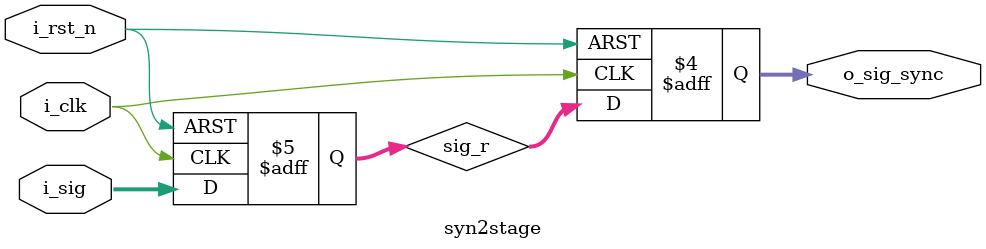
<source format=v>
module async_fifo #(parameter DATA_WIDTH=4, parameter FIFO_DEPTH=8)( 
    input  wire                     i_rst_n, 
    input  wire                     i_wr_clk, 
    input  wire                     i_wr_en, 
    input  wire [DATA_WIDTH-1:0]    i_wr_data, 
    input  wire                     i_rd_clk, 
    input  wire                     i_rd_en,
    output wire                     o_full, 
    output wire                     o_empty,
    output wire [DATA_WIDTH-1:0]    o_rd_data
); 
    parameter PTR_WIDTH = $clog2(FIFO_DEPTH); 
     
    wire                    enable_wr; 
    wire                    enable_rd; 
     
    wire [PTR_WIDTH:0]      rdptr; 
    wire [PTR_WIDTH:0]      wrptr; 
     
    wire [PTR_WIDTH:0]      rdptr_sync; 
    wire [PTR_WIDTH:0]      wrptr_sync; 
     
    wire [PTR_WIDTH:0]      rdptr_b2g_out; 
    wire [PTR_WIDTH:0]      wrptr_b2g_out; 
     
    wire [PTR_WIDTH:0]      rdptr_g2b_out; 
    wire [PTR_WIDTH:0]      wrptr_g2b_out; 
     
    wire [PTR_WIDTH-1:0]    wraddr; 
    wire [PTR_WIDTH-1:0]    rdaddr; 
     
    assign enable_wr = (i_wr_en && !o_full); 
    assign enable_rd = (i_rd_en && !o_empty); 
     
    fifo_mem #(.MEM_DEPTH(FIFO_DEPTH), .MEM_WIDTH(DATA_WIDTH)) u_fifo_mem ( 
    .i_rst_n(i_rst_n), 
    .i_wr_clk(i_wr_clk), 
    .i_wr_en(enable_wr), 
    .i_wr_data(i_wr_data), 
    .i_wr_addr(wraddr), 
    .i_rd_clk(i_rd_clk), 
    .i_rd_en(enable_rd), 
    .i_rd_addr(rdaddr), 
    .o_rd_data(o_rd_data) 
    ); 
     
    wrptr_full #(.PTR_WIDTH(PTR_WIDTH)) u_wrptr_full ( 
    .i_wr_clk(i_wr_clk), 
    .i_rst_n(i_rst_n), 
    .i_wr_en(i_wr_en), 
    .i_rdptr_sync(rdptr_g2b_out), 
    .o_wrptr(wrptr), 
    .o_wraddr(wraddr), 
    .o_full_flag(o_full) 
    );

    bin2gray u_wrptr_bin2gray( 
    .i_bin(wrptr), 
    .o_gray(wrptr_b2g_out) 
    ); 
     
    syn2stage #(.SIG_WIDTH(DATA_WIDTH)) u_wrptr_syn( 
    .i_clk(i_rd_clk), 
    .i_rst_n(i_rst_n), 
    .i_sig(wrptr_b2g_out), 
    .o_sig_sync(wrptr_sync) 
    ); 
     
    gray2bin u_wrptr_gray2bin( 
    .i_gray(wrptr_sync), 
    .o_bin(wrptr_g2b_out) 
    ); 
     
    rdptr_empty #(.PTR_WIDTH(PTR_WIDTH)) u_rdptr_empty ( 
    .i_rd_clk(i_rd_clk), 
    .i_rst_n(i_rst_n), 
    .i_rd_en(i_rd_en), 
    .i_wrptr_sync(wrptr_g2b_out), 
    .o_rdptr(rdptr), 
    .o_rdaddr(rdaddr), 
    .o_empty_flag(o_empty) 
    ); 
     
    bin2gray u_rdptr_bin2gray( 
    .i_bin(rdptr), 
    .o_gray(rdptr_b2g_out) 
    ); 
     
    syn2stage #(.SIG_WIDTH(DATA_WIDTH)) u_rdptr_syn( 
    .i_clk(i_wr_clk), 
    .i_rst_n(i_rst_n), 
    .i_sig(rdptr_b2g_out), 
    .o_sig_sync(rdptr_sync) 
    ); 
     
    gray2bin u_rdptr_gray2bin( 
    .i_gray(rdptr_sync), 
    .o_bin(rdptr_g2b_out) 
    ); 
 
endmodule

module fifo_mem #(parameter MEM_DEPTH=8, parameter MEM_WIDTH=4)( 
    input  wire                         i_wr_clk, 
    input  wire                         i_rst_n, 
    input  wire                         i_wr_en, 
    input  wire [MEM_WIDTH-1:0]         i_wr_data, 
    input  wire [$clog2(MEM_DEPTH)-1:0] i_wr_addr, 
    input  wire                         i_rd_clk, 
    input  wire                         i_rd_en, 
    input  wire [$clog2(MEM_DEPTH)-1:0] i_rd_addr, 
    output reg  [MEM_WIDTH-1:0]         o_rd_data 
); 
 
    reg [MEM_WIDTH-1:0] mem_r [MEM_DEPTH-1:0]; 
    integer i; 
     
    always @ (posedge i_wr_clk or negedge i_rst_n) begin 
        if(!i_rst_n) begin 
            for (i=0;i<MEM_DEPTH;i=i+1) begin 
                mem_r[i] = 'b0; 
            end 
        end 
        else if(i_wr_en) begin 
            mem_r[i_wr_addr] <= i_wr_data; 
        end 
    end 
     
    always @ (posedge i_rd_clk or negedge i_rst_n) begin 
        if(!i_rst_n) begin 
            o_rd_data <= 'b0; 
        end 
        else if(i_rd_en) begin 
            o_rd_data <= mem_r[i_rd_addr]; 
        end 
    end 
 
endmodule 

module wrptr_full #(parameter PTR_WIDTH=3)( 
    input  wire                 i_wr_clk, 
    input  wire                 i_rst_n, 
    input  wire                 i_wr_en, 
    input  wire [PTR_WIDTH:0]   i_rdptr_sync, 
    output reg  [PTR_WIDTH:0]   o_wrptr, 
    output wire [PTR_WIDTH-1:0] o_wraddr, 
    output wire                 o_full_flag 
); 
 
    always @ (posedge i_wr_clk or negedge i_rst_n) begin 
        if(!i_rst_n) begin 
            o_wrptr     <= 'b0; 
        end else begin 
            if(i_wr_en && !o_full_flag) begin 
                o_wrptr <= o_wrptr + 1; 
            end 
        end 
    end 
     
    assign o_wraddr = o_wrptr[PTR_WIDTH-1:0]; 
     
    assign o_full_flag = ({~o_wrptr[PTR_WIDTH],o_wrptr[PTR_WIDTH-1:0]} == i_rdptr_sync); 
 
endmodule

module rdptr_empty #(parameter PTR_WIDTH=3)( 
    input  wire                 i_rd_clk, 
    input  wire                 i_rst_n, 
    input  wire                 i_rd_en, 
    input  wire [PTR_WIDTH:0]   i_wrptr_sync, 
    output reg  [PTR_WIDTH:0]   o_rdptr, 
    output wire [PTR_WIDTH-1:0] o_rdaddr, 
    output wire                 o_empty_flag 
); 
 
    always @ (posedge i_rd_clk or negedge i_rst_n) begin 
        if(!i_rst_n) begin 
            o_rdptr     <= 'b0; 
        end else begin 
            if(i_rd_en && !o_empty_flag) begin 
                o_rdptr <= o_rdptr + 1; 
            end 
        end 
    end 
     
    assign o_rdaddr = o_rdptr[PTR_WIDTH-1:0]; 
     
    assign o_empty_flag = (o_rdptr == i_wrptr_sync); 
 
endmodule 

module bin2gray ( 
input  wire [3:0] i_bin, 
output reg  [3:0] o_gray 
); 
    always@(*) begin 
        case(i_bin) 
            4'b0000: o_gray = 4'b0000; 
            4'b0001: o_gray = 4'b0001; 
            4'b0010: o_gray = 4'b0011; 
            4'b0011: o_gray = 4'b0010; 
            4'b0100: o_gray = 4'b0110; 
            4'b0101: o_gray = 4'b0111; 
            4'b0110: o_gray = 4'b0101; 
            4'b0111: o_gray = 4'b0100; 
            4'b1000: o_gray = 4'b1100; 
            4'b1001: o_gray = 4'b1101; 
            4'b1010: o_gray = 4'b1111; 
            4'b1011: o_gray = 4'b1110; 
            4'b1100: o_gray = 4'b1010; 
            4'b1101: o_gray = 4'b1011; 
            4'b1110: o_gray = 4'b1001; 
            4'b1111: o_gray = 4'b1000; 
            default: o_gray = 4'b0000; 
        endcase 
    end 
endmodule 

module gray2bin ( 
input  wire [3:0] i_gray, 
output reg  [3:0] o_bin 
); 
    always@(*) begin 
        case(i_gray) 
            4'b0000: o_bin = 4'b0000; 
            4'b0001: o_bin = 4'b0001; 
            4'b0011: o_bin = 4'b0010; 
            4'b0010: o_bin = 4'b0011; 
            4'b0110: o_bin = 4'b0100; 
            4'b0111: o_bin = 4'b0101; 
            4'b0101: o_bin = 4'b0110; 
            4'b0100: o_bin = 4'b0111; 
            4'b1100: o_bin = 4'b1000; 
            4'b1101: o_bin = 4'b1001; 
            4'b1111: o_bin = 4'b1010; 
            4'b1110: o_bin = 4'b1011; 
            4'b1010: o_bin = 4'b1100; 
            4'b1011: o_bin = 4'b1101; 
            4'b1001: o_bin = 4'b1110; 
            4'b1000: o_bin = 4'b1111; 
            default: o_bin = 4'b0000; 
        endcase 
    end 
endmodule

module syn2stage #(parameter SIG_WIDTH = 4)( 
    input  wire                 i_clk, 
    input  wire                 i_rst_n, 
    input  wire [SIG_WIDTH-1:0] i_sig, 
    output reg  [SIG_WIDTH-1:0] o_sig_sync 
); 
 
    reg [SIG_WIDTH-1:0] sig_r; 
    always@(posedge i_clk or negedge i_rst_n) begin 
        if(!i_rst_n) begin 
            sig_r      <= 3'b0; 
            o_sig_sync <= 3'b0; 
        end else begin 
            sig_r      <= i_sig; 
            o_sig_sync <= sig_r; 
        end 
    end 
 
endmodule 
</source>
